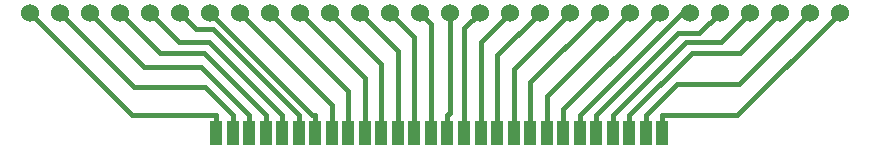
<source format=gtl>
G04 Layer: TopLayer*
G04 EasyEDA v6.5.29, 2023-07-21 00:20:02*
G04 ca003af367b04b34b6e468f580e2009c,e855215096054eb7bd5858a7ef804e70,10*
G04 Gerber Generator version 0.2*
G04 Scale: 100 percent, Rotated: No, Reflected: No *
G04 Dimensions in millimeters *
G04 leading zeros omitted , absolute positions ,4 integer and 5 decimal *
%FSLAX45Y45*%
%MOMM*%

%ADD10C,0.4000*%
%ADD11R,1.0000X2.0000*%
%ADD12C,1.5240*%

%LPD*%
D10*
X5763056Y760097D02*
G01*
X6398895Y760097D01*
X7264400Y1625602D01*
X5763056Y610059D02*
G01*
X5763056Y760097D01*
X5623052Y760097D02*
G01*
X5887999Y1025044D01*
X6409842Y1025044D01*
X7010400Y1625602D01*
X5623052Y610059D02*
G01*
X5623052Y760097D01*
X5483047Y760097D02*
G01*
X6010783Y1287833D01*
X6418630Y1287833D01*
X6756400Y1625602D01*
X5483047Y610059D02*
G01*
X5483047Y760097D01*
X6502400Y1625602D02*
G01*
X6257188Y1380390D01*
X5963361Y1380390D01*
X5343067Y760097D01*
X5343067Y610059D02*
G01*
X5343067Y760097D01*
X5203063Y760097D02*
G01*
X5893485Y1450520D01*
X6073317Y1450520D01*
X6248400Y1625602D01*
X5203063Y610059D02*
G01*
X5203063Y760097D01*
X5063058Y760097D02*
G01*
X5928563Y1625602D01*
X5994400Y1625602D01*
X5063058Y610059D02*
G01*
X5063058Y760097D01*
X4923053Y610059D02*
G01*
X4923053Y808255D01*
X5740400Y1625602D01*
X4783454Y609653D02*
G01*
X4783454Y922657D01*
X5486400Y1625602D01*
X4643450Y609653D02*
G01*
X4643450Y1036652D01*
X5232400Y1625602D01*
X4503470Y609653D02*
G01*
X4503470Y1150673D01*
X4978400Y1625602D01*
X4363465Y609653D02*
G01*
X4363465Y1264668D01*
X4724400Y1625602D01*
X4223461Y609653D02*
G01*
X4223461Y1378663D01*
X4470400Y1625602D01*
X4083456Y609653D02*
G01*
X4083456Y1492658D01*
X4216400Y1625602D01*
X3943451Y759691D02*
G01*
X3962400Y778639D01*
X3962400Y1625602D01*
X3943451Y609653D02*
G01*
X3943451Y759691D01*
X3803548Y609551D02*
G01*
X3803548Y1530454D01*
X3708400Y1625602D01*
X3663568Y609551D02*
G01*
X3663568Y1416433D01*
X3454400Y1625602D01*
X3523564Y609551D02*
G01*
X3523564Y1302438D01*
X3200400Y1625602D01*
X3383584Y609551D02*
G01*
X3383584Y1188417D01*
X2946400Y1625602D01*
X3243554Y609551D02*
G01*
X3243554Y1074447D01*
X2692400Y1625602D01*
X3103549Y609551D02*
G01*
X3103549Y960452D01*
X2438400Y1625602D01*
X2963570Y609551D02*
G01*
X2963570Y846432D01*
X2184400Y1625602D01*
X2823972Y759208D02*
G01*
X2796793Y759208D01*
X1930400Y1625602D01*
X2823972Y609170D02*
G01*
X2823972Y759208D01*
X2683967Y759208D02*
G01*
X1957527Y1485648D01*
X1816354Y1485648D01*
X1676400Y1625602D01*
X2683967Y609170D02*
G01*
X2683967Y759208D01*
X1422400Y1625602D02*
G01*
X1667586Y1380416D01*
X1922754Y1380416D01*
X2543962Y759208D01*
X2543962Y609170D02*
G01*
X2543962Y759208D01*
X1168400Y1625602D02*
G01*
X1511554Y1282448D01*
X1880717Y1282448D01*
X2403957Y759208D01*
X2403957Y609170D02*
G01*
X2403957Y759208D01*
X914400Y1625602D02*
G01*
X1376984Y1163017D01*
X1860169Y1163017D01*
X2263978Y759208D01*
X2263978Y609170D02*
G01*
X2263978Y759208D01*
X2123973Y759208D02*
G01*
X1889175Y994006D01*
X1291996Y994006D01*
X660400Y1625602D01*
X2123973Y609170D02*
G01*
X2123973Y759208D01*
X1983968Y759208D02*
G01*
X1272794Y759208D01*
X406400Y1625602D01*
X1983968Y609170D02*
G01*
X1983968Y759208D01*
D11*
G01*
X5763046Y610049D03*
G01*
X5623041Y610049D03*
G01*
X5483037Y610049D03*
G01*
X4923043Y610049D03*
G01*
X5063048Y610049D03*
G01*
X5203052Y610049D03*
G01*
X5343057Y610049D03*
G01*
X4363455Y609643D03*
G01*
X4223451Y609643D03*
G01*
X4083446Y609643D03*
G01*
X3943441Y609643D03*
G01*
X4503460Y609643D03*
G01*
X4643440Y609643D03*
G01*
X4783444Y609643D03*
G01*
X2823961Y609160D03*
G01*
X2683957Y609160D03*
G01*
X2543952Y609160D03*
G01*
X1983958Y609160D03*
G01*
X2123963Y609160D03*
G01*
X2263968Y609160D03*
G01*
X2403947Y609160D03*
G01*
X3383574Y609541D03*
G01*
X3243544Y609541D03*
G01*
X3103539Y609541D03*
G01*
X2963560Y609541D03*
G01*
X3523554Y609541D03*
G01*
X3663558Y609541D03*
G01*
X3803538Y609541D03*
D12*
G01*
X406400Y1625600D03*
G01*
X660400Y1625600D03*
G01*
X914400Y1625600D03*
G01*
X1168400Y1625600D03*
G01*
X1422400Y1625600D03*
G01*
X1676400Y1625600D03*
G01*
X1930400Y1625600D03*
G01*
X2184400Y1625600D03*
G01*
X2438400Y1625600D03*
G01*
X2692400Y1625600D03*
G01*
X2946400Y1625600D03*
G01*
X3200400Y1625600D03*
G01*
X3454400Y1625600D03*
G01*
X3708400Y1625600D03*
G01*
X3962400Y1625600D03*
G01*
X4216400Y1625600D03*
G01*
X4470400Y1625600D03*
G01*
X4724400Y1625600D03*
G01*
X4978400Y1625600D03*
G01*
X5232400Y1625600D03*
G01*
X5486400Y1625600D03*
G01*
X5740400Y1625600D03*
G01*
X5994400Y1625600D03*
G01*
X6248400Y1625600D03*
G01*
X6502400Y1625600D03*
G01*
X6756400Y1625600D03*
G01*
X7010400Y1625600D03*
G01*
X7264400Y1625600D03*
M02*

</source>
